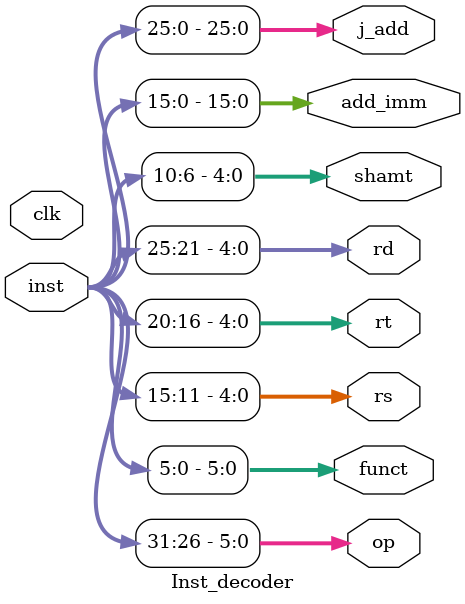
<source format=v>
`timescale 1ns / 1ps

module Inst_decoder(
    inst,
    op, rs, rt, rd, shamt, funct,
    add_imm, j_add,
    clk
    );

    input [31:0] inst;
    input clk;
    output reg [5:0] op, funct;
    output reg [4:0] rs, rt, rd, shamt;
    output reg [15:0] add_imm;
    output reg [25:0] j_add;

    always @(*) begin

        op = inst[31:26];
        rs = inst[15:11];
        rt = inst[20:16];
        rd = inst[25:21];
        shamt = inst[10:6];
        funct = inst[5:0];

        add_imm = inst[15:0];

        j_add = inst[25:0];
    end

endmodule
</source>
